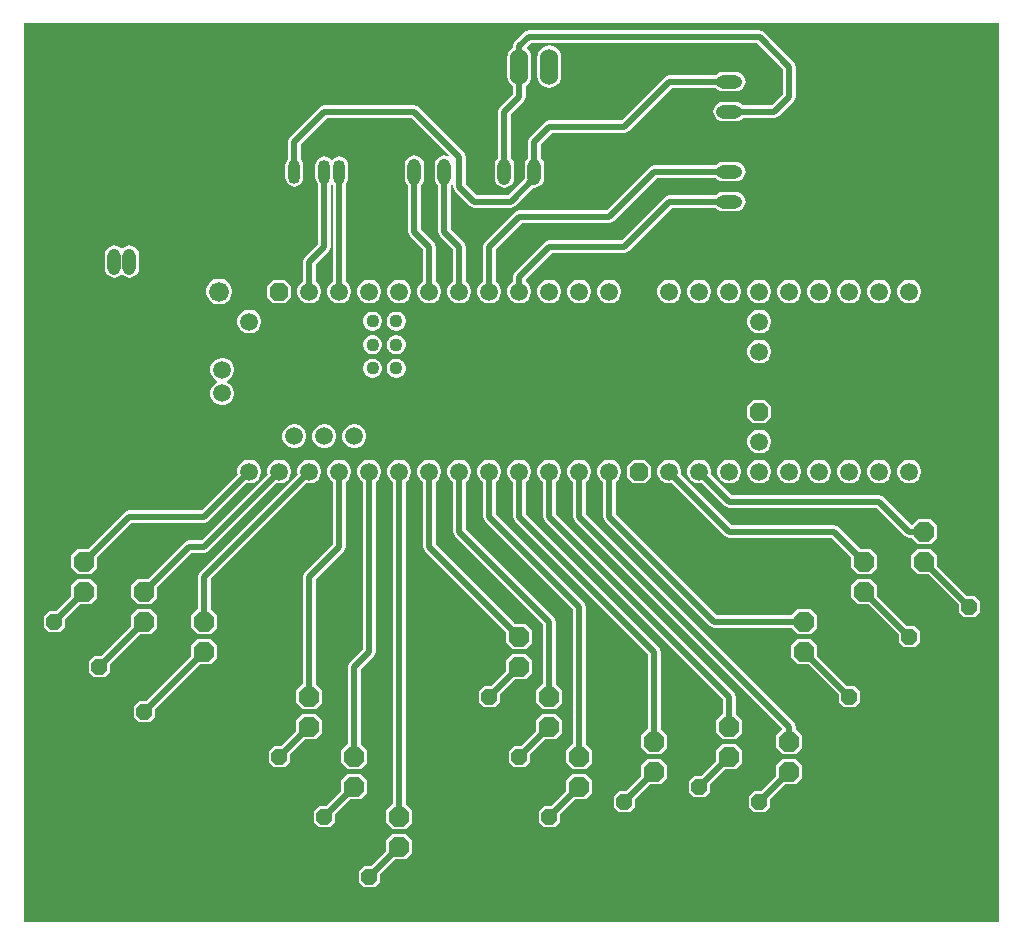
<source format=gbr>
%TF.GenerationSoftware,Altium Limited,Altium Designer,23.10.1 (27)*%
G04 Layer_Physical_Order=2*
G04 Layer_Color=16711680*
%FSLAX45Y45*%
%MOMM*%
%TF.SameCoordinates,33E037F1-C985-4D2D-AE5F-07A7C6CBA4F8*%
%TF.FilePolarity,Positive*%
%TF.FileFunction,Copper,L2,Bot,Signal*%
%TF.Part,Single*%
G01*
G75*
%TA.AperFunction,ComponentPad*%
G04:AMPARAMS|DCode=10|XSize=1.6764mm|YSize=1.6764mm|CornerRadius=0mm|HoleSize=0mm|Usage=FLASHONLY|Rotation=270.000|XOffset=0mm|YOffset=0mm|HoleType=Round|Shape=Octagon|*
%AMOCTAGOND10*
4,1,8,-0.41910,-0.83820,0.41910,-0.83820,0.83820,-0.41910,0.83820,0.41910,0.41910,0.83820,-0.41910,0.83820,-0.83820,0.41910,-0.83820,-0.41910,-0.41910,-0.83820,0.0*
%
%ADD10OCTAGOND10*%

%ADD11O,1.10795X2.21590*%
G04:AMPARAMS|DCode=12|XSize=1.3208mm|YSize=1.3208mm|CornerRadius=0mm|HoleSize=0mm|Usage=FLASHONLY|Rotation=90.000|XOffset=0mm|YOffset=0mm|HoleType=Round|Shape=Octagon|*
%AMOCTAGOND12*
4,1,8,0.33020,0.66040,-0.33020,0.66040,-0.66040,0.33020,-0.66040,-0.33020,-0.33020,-0.66040,0.33020,-0.66040,0.66040,-0.33020,0.66040,0.33020,0.33020,0.66040,0.0*
%
%ADD12OCTAGOND12*%

%ADD13O,1.52400X3.04800*%
%ADD14O,1.01600X2.03200*%
%ADD15O,2.21590X1.10795*%
%ADD16C,1.10795*%
%ADD17C,1.50800*%
%ADD18R,1.50800X1.50800*%
G04:AMPARAMS|DCode=19|XSize=1.508mm|YSize=1.508mm|CornerRadius=0mm|HoleSize=0mm|Usage=FLASHONLY|Rotation=90.000|XOffset=0mm|YOffset=0mm|HoleType=Round|Shape=Octagon|*
%AMOCTAGOND19*
4,1,8,0.37700,0.75400,-0.37700,0.75400,-0.75400,0.37700,-0.75400,-0.37700,-0.37700,-0.75400,0.37700,-0.75400,0.75400,-0.37700,0.75400,0.37700,0.37700,0.75400,0.0*
%
%ADD19OCTAGOND19*%

%ADD20C,1.67640*%
%ADD21R,1.50800X1.50800*%
G04:AMPARAMS|DCode=22|XSize=1.3208mm|YSize=1.3208mm|CornerRadius=0mm|HoleSize=0mm|Usage=FLASHONLY|Rotation=0.000|XOffset=0mm|YOffset=0mm|HoleType=Round|Shape=Octagon|*
%AMOCTAGOND22*
4,1,8,0.66040,-0.33020,0.66040,0.33020,0.33020,0.66040,-0.33020,0.66040,-0.66040,0.33020,-0.66040,-0.33020,-0.33020,-0.66040,0.33020,-0.66040,0.66040,-0.33020,0.0*
%
%ADD22OCTAGOND22*%

%TA.AperFunction,Conductor*%
%ADD23C,0.50800*%
G36*
X8382000Y127000D02*
X127000D01*
Y7738529D01*
X8382000D01*
Y127000D01*
D02*
G37*
%LPC*%
G36*
X4572000Y7544677D02*
X4545477Y7541185D01*
X4520762Y7530948D01*
X4499538Y7514662D01*
X4483252Y7493438D01*
X4473015Y7468723D01*
X4469523Y7442200D01*
Y7289800D01*
X4473015Y7263277D01*
X4483252Y7238562D01*
X4499538Y7217338D01*
X4520762Y7201052D01*
X4545477Y7190815D01*
X4572000Y7187323D01*
X4598523Y7190815D01*
X4623238Y7201052D01*
X4644462Y7217338D01*
X4660748Y7238562D01*
X4670985Y7263277D01*
X4674477Y7289800D01*
Y7442200D01*
X4670985Y7468723D01*
X4660748Y7493438D01*
X4644462Y7514662D01*
X4623238Y7530948D01*
X4598523Y7541185D01*
X4572000Y7544677D01*
D02*
G37*
G36*
X6151397Y7320495D02*
X6040603D01*
X6019510Y7317718D01*
X5999855Y7309576D01*
X5982977Y7296625D01*
X5978503Y7290795D01*
X5588000D01*
X5568179Y7286853D01*
X5551375Y7275625D01*
X5185546Y6909795D01*
X4572000D01*
X4552179Y6905853D01*
X4535375Y6894625D01*
X4408375Y6767625D01*
X4397147Y6750821D01*
X4393205Y6731000D01*
Y6594497D01*
X4387375Y6590023D01*
X4374424Y6573145D01*
X4366282Y6553490D01*
X4363505Y6532397D01*
Y6421603D01*
X4364465Y6414317D01*
X4224943Y6274795D01*
X3958454D01*
X3861795Y6371454D01*
Y6604000D01*
X3857853Y6623821D01*
X3846625Y6640625D01*
X3465625Y7021625D01*
X3448821Y7032853D01*
X3429000Y7036795D01*
X2667001D01*
X2667000Y7036795D01*
X2647179Y7032853D01*
X2630375Y7021625D01*
X2630375Y7021624D01*
X2376375Y6767625D01*
X2365147Y6750821D01*
X2361205Y6731000D01*
Y6584104D01*
X2358653Y6582147D01*
X2346439Y6566229D01*
X2338761Y6547692D01*
X2336142Y6527800D01*
Y6426200D01*
X2338761Y6406308D01*
X2346439Y6387771D01*
X2358653Y6371853D01*
X2374571Y6359639D01*
X2393108Y6351961D01*
X2413000Y6349342D01*
X2432892Y6351961D01*
X2451429Y6359639D01*
X2467347Y6371853D01*
X2479561Y6387771D01*
X2487239Y6406308D01*
X2489858Y6426200D01*
Y6527800D01*
X2487239Y6547692D01*
X2479561Y6566229D01*
X2467347Y6582147D01*
X2464795Y6584104D01*
Y6709546D01*
X2688454Y6933205D01*
X3407546D01*
X3724230Y6616520D01*
X3717036Y6605754D01*
X3704092Y6611115D01*
X3683000Y6613892D01*
X3661908Y6611115D01*
X3642253Y6602974D01*
X3625375Y6590023D01*
X3612424Y6573145D01*
X3604282Y6553490D01*
X3601505Y6532397D01*
Y6421603D01*
X3604282Y6400510D01*
X3612424Y6380855D01*
X3625375Y6363977D01*
X3631205Y6359503D01*
Y5969000D01*
X3635147Y5949179D01*
X3646375Y5932375D01*
X3758205Y5820546D01*
Y5547490D01*
X3748108Y5541660D01*
X3729340Y5522892D01*
X3716070Y5499907D01*
X3709200Y5474270D01*
Y5447730D01*
X3716070Y5422093D01*
X3729340Y5399108D01*
X3748108Y5380340D01*
X3771093Y5367070D01*
X3796730Y5360200D01*
X3823270D01*
X3848907Y5367070D01*
X3871892Y5380340D01*
X3890660Y5399108D01*
X3903930Y5422093D01*
X3910800Y5447730D01*
Y5474270D01*
X3903930Y5499907D01*
X3890660Y5522892D01*
X3871892Y5541660D01*
X3861795Y5547490D01*
Y5842000D01*
X3857853Y5861821D01*
X3846625Y5878625D01*
X3734795Y5990454D01*
Y6359503D01*
X3740625Y6363977D01*
X3745505Y6370336D01*
X3758205Y6366025D01*
Y6350000D01*
X3762147Y6330179D01*
X3773375Y6313375D01*
X3900375Y6186375D01*
X3917179Y6175147D01*
X3937000Y6171205D01*
X4246397D01*
X4266219Y6175147D01*
X4283022Y6186375D01*
X4437714Y6341067D01*
X4445000Y6340108D01*
X4466092Y6342885D01*
X4485747Y6351026D01*
X4502625Y6363977D01*
X4515576Y6380855D01*
X4523718Y6400510D01*
X4526495Y6421603D01*
Y6532397D01*
X4523718Y6553490D01*
X4515576Y6573145D01*
X4502625Y6590023D01*
X4496795Y6594497D01*
Y6709546D01*
X4593454Y6806205D01*
X5207000D01*
X5226821Y6810147D01*
X5243625Y6821375D01*
X5609454Y7187205D01*
X5978503D01*
X5982977Y7181375D01*
X5999855Y7168424D01*
X6019510Y7160282D01*
X6040603Y7157505D01*
X6151397D01*
X6172490Y7160282D01*
X6192145Y7168424D01*
X6209023Y7181375D01*
X6221974Y7198253D01*
X6230115Y7217908D01*
X6232892Y7239000D01*
X6230115Y7260092D01*
X6221974Y7279747D01*
X6209023Y7296625D01*
X6192145Y7309576D01*
X6172490Y7317718D01*
X6151397Y7320495D01*
D02*
G37*
G36*
X6349999Y7671795D02*
X4396400D01*
X4376578Y7667853D01*
X4359775Y7656625D01*
X4281375Y7578225D01*
X4270147Y7561422D01*
X4266205Y7541600D01*
Y7530520D01*
X4245538Y7514662D01*
X4229252Y7493438D01*
X4219015Y7468723D01*
X4215523Y7442200D01*
Y7289800D01*
X4219015Y7263277D01*
X4229252Y7238562D01*
X4245538Y7217338D01*
X4266205Y7201480D01*
Y7133454D01*
X4154375Y7021625D01*
X4143147Y7004821D01*
X4139205Y6985000D01*
Y6594497D01*
X4133375Y6590023D01*
X4120424Y6573145D01*
X4112282Y6553490D01*
X4109505Y6532397D01*
Y6421603D01*
X4112282Y6400510D01*
X4120424Y6380855D01*
X4133375Y6363977D01*
X4150253Y6351026D01*
X4169908Y6342885D01*
X4191000Y6340108D01*
X4212092Y6342885D01*
X4231747Y6351026D01*
X4248625Y6363977D01*
X4261576Y6380855D01*
X4269718Y6400510D01*
X4272495Y6421603D01*
Y6532397D01*
X4269718Y6553490D01*
X4261576Y6573145D01*
X4248625Y6590023D01*
X4242795Y6594497D01*
Y6963546D01*
X4354625Y7075375D01*
X4365853Y7092179D01*
X4369795Y7112000D01*
Y7201480D01*
X4390462Y7217338D01*
X4406748Y7238562D01*
X4416985Y7263277D01*
X4420477Y7289800D01*
Y7442200D01*
X4416985Y7468723D01*
X4406748Y7493438D01*
X4390462Y7514662D01*
X4383306Y7520153D01*
X4382475Y7532826D01*
X4417854Y7568205D01*
X6328545D01*
X6552205Y7344546D01*
Y7133454D01*
X6455546Y7036795D01*
X6213497D01*
X6209023Y7042625D01*
X6192145Y7055576D01*
X6172490Y7063718D01*
X6151397Y7066495D01*
X6040603D01*
X6019510Y7063718D01*
X5999855Y7055576D01*
X5982977Y7042625D01*
X5970026Y7025747D01*
X5961885Y7006092D01*
X5959108Y6985000D01*
X5961885Y6963908D01*
X5970026Y6944253D01*
X5982977Y6927375D01*
X5999855Y6914424D01*
X6019510Y6906282D01*
X6040603Y6903505D01*
X6151397D01*
X6172490Y6906282D01*
X6192145Y6914424D01*
X6209023Y6927375D01*
X6213497Y6933205D01*
X6477000D01*
X6496821Y6937147D01*
X6513625Y6948375D01*
X6640625Y7075375D01*
X6651853Y7092179D01*
X6655795Y7112000D01*
Y7365999D01*
X6655795Y7366000D01*
X6651853Y7385821D01*
X6640625Y7402625D01*
X6392576Y7650673D01*
X6392575Y7650674D01*
X6386624Y7656625D01*
X6369821Y7667853D01*
X6349999Y7671795D01*
D02*
G37*
G36*
X2794000Y6604658D02*
X2774108Y6602039D01*
X2755571Y6594361D01*
X2739653Y6582147D01*
X2736850Y6578493D01*
X2724150D01*
X2721347Y6582147D01*
X2705429Y6594361D01*
X2686892Y6602039D01*
X2667000Y6604658D01*
X2647108Y6602039D01*
X2628571Y6594361D01*
X2612653Y6582147D01*
X2600439Y6566229D01*
X2592761Y6547692D01*
X2590142Y6527800D01*
Y6426200D01*
X2592761Y6406308D01*
X2600439Y6387771D01*
X2612653Y6371853D01*
X2615205Y6369896D01*
Y5863454D01*
X2503375Y5751625D01*
X2492147Y5734821D01*
X2488205Y5715000D01*
Y5547490D01*
X2478108Y5541660D01*
X2459340Y5522892D01*
X2446070Y5499907D01*
X2439200Y5474270D01*
Y5447730D01*
X2446070Y5422093D01*
X2459340Y5399108D01*
X2478108Y5380340D01*
X2501093Y5367070D01*
X2526730Y5360200D01*
X2553270D01*
X2578907Y5367070D01*
X2601892Y5380340D01*
X2620660Y5399108D01*
X2633930Y5422093D01*
X2640800Y5447730D01*
Y5474270D01*
X2633930Y5499907D01*
X2620660Y5522892D01*
X2601892Y5541660D01*
X2591795Y5547490D01*
Y5693546D01*
X2703625Y5805375D01*
X2714853Y5822179D01*
X2718795Y5842000D01*
Y6369896D01*
X2721346Y6371853D01*
X2735345Y6371954D01*
X2742205Y6365025D01*
Y5547490D01*
X2732108Y5541660D01*
X2713340Y5522892D01*
X2700070Y5499907D01*
X2693200Y5474270D01*
Y5447730D01*
X2700070Y5422093D01*
X2713340Y5399108D01*
X2732108Y5380340D01*
X2755093Y5367070D01*
X2780730Y5360200D01*
X2807270D01*
X2832907Y5367070D01*
X2855892Y5380340D01*
X2874660Y5399108D01*
X2887930Y5422093D01*
X2894800Y5447730D01*
Y5474270D01*
X2887930Y5499907D01*
X2874660Y5522892D01*
X2855892Y5541660D01*
X2845795Y5547490D01*
Y6369896D01*
X2848347Y6371853D01*
X2860561Y6387771D01*
X2868239Y6406308D01*
X2870858Y6426200D01*
Y6527800D01*
X2868239Y6547692D01*
X2860561Y6566229D01*
X2848347Y6582147D01*
X2832429Y6594361D01*
X2813892Y6602039D01*
X2794000Y6604658D01*
D02*
G37*
G36*
X6151397Y6558495D02*
X6040603D01*
X6019510Y6555718D01*
X5999855Y6547576D01*
X5982977Y6534625D01*
X5978503Y6528795D01*
X5461000D01*
X5441179Y6524853D01*
X5424375Y6513625D01*
X5058546Y6147795D01*
X4318001D01*
X4318000Y6147795D01*
X4298179Y6143853D01*
X4281375Y6132625D01*
X4281375Y6132624D01*
X4027375Y5878625D01*
X4016147Y5861821D01*
X4012205Y5842000D01*
Y5547490D01*
X4002108Y5541660D01*
X3983340Y5522892D01*
X3970070Y5499907D01*
X3963200Y5474270D01*
Y5447730D01*
X3970070Y5422093D01*
X3983340Y5399108D01*
X4002108Y5380340D01*
X4025093Y5367070D01*
X4050730Y5360200D01*
X4077270D01*
X4102907Y5367070D01*
X4125892Y5380340D01*
X4144660Y5399108D01*
X4157930Y5422093D01*
X4164800Y5447730D01*
Y5474270D01*
X4157930Y5499907D01*
X4144660Y5522892D01*
X4125892Y5541660D01*
X4115795Y5547490D01*
Y5820546D01*
X4339454Y6044205D01*
X5080000D01*
X5099821Y6048147D01*
X5116625Y6059375D01*
X5482454Y6425205D01*
X5978503D01*
X5982977Y6419375D01*
X5999855Y6406424D01*
X6019510Y6398282D01*
X6040603Y6395505D01*
X6151397D01*
X6172490Y6398282D01*
X6192145Y6406424D01*
X6209023Y6419375D01*
X6221974Y6436253D01*
X6230115Y6455908D01*
X6232892Y6477000D01*
X6230115Y6498092D01*
X6221974Y6517747D01*
X6209023Y6534625D01*
X6192145Y6547576D01*
X6172490Y6555718D01*
X6151397Y6558495D01*
D02*
G37*
G36*
Y6304495D02*
X6040603D01*
X6019510Y6301718D01*
X5999855Y6293576D01*
X5982977Y6280625D01*
X5978503Y6274795D01*
X5588000D01*
X5568179Y6270853D01*
X5551375Y6259625D01*
X5185546Y5893795D01*
X4572001D01*
X4572000Y5893795D01*
X4552179Y5889853D01*
X4535375Y5878625D01*
X4535375Y5878624D01*
X4281375Y5624625D01*
X4270147Y5607821D01*
X4266205Y5588000D01*
Y5547490D01*
X4256108Y5541660D01*
X4237340Y5522892D01*
X4224070Y5499907D01*
X4217200Y5474270D01*
Y5447730D01*
X4224070Y5422093D01*
X4237340Y5399108D01*
X4256108Y5380340D01*
X4279093Y5367070D01*
X4304730Y5360200D01*
X4331270D01*
X4356907Y5367070D01*
X4379892Y5380340D01*
X4398660Y5399108D01*
X4411930Y5422093D01*
X4418800Y5447730D01*
Y5474270D01*
X4411930Y5499907D01*
X4398660Y5522892D01*
X4379892Y5541660D01*
X4369795Y5547490D01*
Y5566546D01*
X4593454Y5790205D01*
X5207000D01*
X5226821Y5794147D01*
X5243625Y5805375D01*
X5609454Y6171205D01*
X5978503D01*
X5982977Y6165375D01*
X5999855Y6152424D01*
X6019510Y6144282D01*
X6040603Y6141505D01*
X6151397D01*
X6172490Y6144282D01*
X6192145Y6152424D01*
X6209023Y6165375D01*
X6221974Y6182253D01*
X6230115Y6201908D01*
X6232892Y6223000D01*
X6230115Y6244092D01*
X6221974Y6263747D01*
X6209023Y6280625D01*
X6192145Y6293576D01*
X6172490Y6301718D01*
X6151397Y6304495D01*
D02*
G37*
G36*
X1016000Y5851892D02*
X994908Y5849115D01*
X975253Y5840974D01*
X961055Y5830080D01*
X952500Y5828860D01*
X943945Y5830080D01*
X929747Y5840974D01*
X910092Y5849115D01*
X889000Y5851892D01*
X867908Y5849115D01*
X848253Y5840974D01*
X831375Y5828023D01*
X818424Y5811145D01*
X810282Y5791490D01*
X807505Y5770397D01*
Y5659603D01*
X810282Y5638510D01*
X818424Y5618855D01*
X831375Y5601977D01*
X848253Y5589026D01*
X867908Y5580885D01*
X889000Y5578108D01*
X910092Y5580885D01*
X929747Y5589026D01*
X943945Y5599920D01*
X952500Y5601140D01*
X961055Y5599920D01*
X975253Y5589026D01*
X994908Y5580885D01*
X1016000Y5578108D01*
X1037092Y5580885D01*
X1056747Y5589026D01*
X1073625Y5601977D01*
X1086576Y5618855D01*
X1094718Y5638510D01*
X1097495Y5659603D01*
Y5770397D01*
X1094718Y5791490D01*
X1086576Y5811145D01*
X1073625Y5828023D01*
X1056747Y5840974D01*
X1037092Y5849115D01*
X1016000Y5851892D01*
D02*
G37*
G36*
X7633270Y5561800D02*
X7606730D01*
X7581093Y5554930D01*
X7558108Y5541660D01*
X7539340Y5522892D01*
X7526070Y5499907D01*
X7519200Y5474270D01*
Y5447730D01*
X7526070Y5422093D01*
X7539340Y5399108D01*
X7558108Y5380340D01*
X7581093Y5367070D01*
X7606730Y5360200D01*
X7633270D01*
X7658907Y5367070D01*
X7681892Y5380340D01*
X7700660Y5399108D01*
X7713930Y5422093D01*
X7720800Y5447730D01*
Y5474270D01*
X7713930Y5499907D01*
X7700660Y5522892D01*
X7681892Y5541660D01*
X7658907Y5554930D01*
X7633270Y5561800D01*
D02*
G37*
G36*
X7379270D02*
X7352730D01*
X7327093Y5554930D01*
X7304108Y5541660D01*
X7285340Y5522892D01*
X7272070Y5499907D01*
X7265200Y5474270D01*
Y5447730D01*
X7272070Y5422093D01*
X7285340Y5399108D01*
X7304108Y5380340D01*
X7327093Y5367070D01*
X7352730Y5360200D01*
X7379270D01*
X7404907Y5367070D01*
X7427892Y5380340D01*
X7446660Y5399108D01*
X7459930Y5422093D01*
X7466800Y5447730D01*
Y5474270D01*
X7459930Y5499907D01*
X7446660Y5522892D01*
X7427892Y5541660D01*
X7404907Y5554930D01*
X7379270Y5561800D01*
D02*
G37*
G36*
X7125270D02*
X7098730D01*
X7073093Y5554930D01*
X7050108Y5541660D01*
X7031340Y5522892D01*
X7018070Y5499907D01*
X7011200Y5474270D01*
Y5447730D01*
X7018070Y5422093D01*
X7031340Y5399108D01*
X7050108Y5380340D01*
X7073093Y5367070D01*
X7098730Y5360200D01*
X7125270D01*
X7150907Y5367070D01*
X7173892Y5380340D01*
X7192660Y5399108D01*
X7205930Y5422093D01*
X7212800Y5447730D01*
Y5474270D01*
X7205930Y5499907D01*
X7192660Y5522892D01*
X7173892Y5541660D01*
X7150907Y5554930D01*
X7125270Y5561800D01*
D02*
G37*
G36*
X6871270D02*
X6844730D01*
X6819093Y5554930D01*
X6796108Y5541660D01*
X6777340Y5522892D01*
X6764070Y5499907D01*
X6757200Y5474270D01*
Y5447730D01*
X6764070Y5422093D01*
X6777340Y5399108D01*
X6796108Y5380340D01*
X6819093Y5367070D01*
X6844730Y5360200D01*
X6871270D01*
X6896907Y5367070D01*
X6919892Y5380340D01*
X6938660Y5399108D01*
X6951930Y5422093D01*
X6958800Y5447730D01*
Y5474270D01*
X6951930Y5499907D01*
X6938660Y5522892D01*
X6919892Y5541660D01*
X6896907Y5554930D01*
X6871270Y5561800D01*
D02*
G37*
G36*
X6617270D02*
X6590730D01*
X6565093Y5554930D01*
X6542108Y5541660D01*
X6523340Y5522892D01*
X6510070Y5499907D01*
X6503200Y5474270D01*
Y5447730D01*
X6510070Y5422093D01*
X6523340Y5399108D01*
X6542108Y5380340D01*
X6565093Y5367070D01*
X6590730Y5360200D01*
X6617270D01*
X6642907Y5367070D01*
X6665892Y5380340D01*
X6684660Y5399108D01*
X6697930Y5422093D01*
X6704800Y5447730D01*
Y5474270D01*
X6697930Y5499907D01*
X6684660Y5522892D01*
X6665892Y5541660D01*
X6642907Y5554930D01*
X6617270Y5561800D01*
D02*
G37*
G36*
X6363270D02*
X6336730D01*
X6311093Y5554930D01*
X6288108Y5541660D01*
X6269340Y5522892D01*
X6256070Y5499907D01*
X6249200Y5474270D01*
Y5447730D01*
X6256070Y5422093D01*
X6269340Y5399108D01*
X6288108Y5380340D01*
X6311093Y5367070D01*
X6336730Y5360200D01*
X6363270D01*
X6388907Y5367070D01*
X6411892Y5380340D01*
X6430660Y5399108D01*
X6443930Y5422093D01*
X6450800Y5447730D01*
Y5474270D01*
X6443930Y5499907D01*
X6430660Y5522892D01*
X6411892Y5541660D01*
X6388907Y5554930D01*
X6363270Y5561800D01*
D02*
G37*
G36*
X6109270D02*
X6082730D01*
X6057093Y5554930D01*
X6034108Y5541660D01*
X6015340Y5522892D01*
X6002070Y5499907D01*
X5995200Y5474270D01*
Y5447730D01*
X6002070Y5422093D01*
X6015340Y5399108D01*
X6034108Y5380340D01*
X6057093Y5367070D01*
X6082730Y5360200D01*
X6109270D01*
X6134907Y5367070D01*
X6157892Y5380340D01*
X6176660Y5399108D01*
X6189930Y5422093D01*
X6196800Y5447730D01*
Y5474270D01*
X6189930Y5499907D01*
X6176660Y5522892D01*
X6157892Y5541660D01*
X6134907Y5554930D01*
X6109270Y5561800D01*
D02*
G37*
G36*
X5855270D02*
X5828730D01*
X5803093Y5554930D01*
X5780108Y5541660D01*
X5761340Y5522892D01*
X5748070Y5499907D01*
X5741200Y5474270D01*
Y5447730D01*
X5748070Y5422093D01*
X5761340Y5399108D01*
X5780108Y5380340D01*
X5803093Y5367070D01*
X5828730Y5360200D01*
X5855270D01*
X5880907Y5367070D01*
X5903892Y5380340D01*
X5922660Y5399108D01*
X5935930Y5422093D01*
X5942800Y5447730D01*
Y5474270D01*
X5935930Y5499907D01*
X5922660Y5522892D01*
X5903892Y5541660D01*
X5880907Y5554930D01*
X5855270Y5561800D01*
D02*
G37*
G36*
X5601270D02*
X5574730D01*
X5549093Y5554930D01*
X5526108Y5541660D01*
X5507340Y5522892D01*
X5494070Y5499907D01*
X5487200Y5474270D01*
Y5447730D01*
X5494070Y5422093D01*
X5507340Y5399108D01*
X5526108Y5380340D01*
X5549093Y5367070D01*
X5574730Y5360200D01*
X5601270D01*
X5626907Y5367070D01*
X5649892Y5380340D01*
X5668660Y5399108D01*
X5681930Y5422093D01*
X5688800Y5447730D01*
Y5474270D01*
X5681930Y5499907D01*
X5668660Y5522892D01*
X5649892Y5541660D01*
X5626907Y5554930D01*
X5601270Y5561800D01*
D02*
G37*
G36*
X5093270D02*
X5066730D01*
X5041093Y5554930D01*
X5018108Y5541660D01*
X4999340Y5522892D01*
X4986070Y5499907D01*
X4979200Y5474270D01*
Y5447730D01*
X4986070Y5422093D01*
X4999340Y5399108D01*
X5018108Y5380340D01*
X5041093Y5367070D01*
X5066730Y5360200D01*
X5093270D01*
X5118907Y5367070D01*
X5141892Y5380340D01*
X5160660Y5399108D01*
X5173930Y5422093D01*
X5180800Y5447730D01*
Y5474270D01*
X5173930Y5499907D01*
X5160660Y5522892D01*
X5141892Y5541660D01*
X5118907Y5554930D01*
X5093270Y5561800D01*
D02*
G37*
G36*
X4839270D02*
X4812730D01*
X4787093Y5554930D01*
X4764108Y5541660D01*
X4745340Y5522892D01*
X4732070Y5499907D01*
X4725200Y5474270D01*
Y5447730D01*
X4732070Y5422093D01*
X4745340Y5399108D01*
X4764108Y5380340D01*
X4787093Y5367070D01*
X4812730Y5360200D01*
X4839270D01*
X4864907Y5367070D01*
X4887892Y5380340D01*
X4906660Y5399108D01*
X4919930Y5422093D01*
X4926800Y5447730D01*
Y5474270D01*
X4919930Y5499907D01*
X4906660Y5522892D01*
X4887892Y5541660D01*
X4864907Y5554930D01*
X4839270Y5561800D01*
D02*
G37*
G36*
X4585270D02*
X4558730D01*
X4533093Y5554930D01*
X4510108Y5541660D01*
X4491340Y5522892D01*
X4478070Y5499907D01*
X4471200Y5474270D01*
Y5447730D01*
X4478070Y5422093D01*
X4491340Y5399108D01*
X4510108Y5380340D01*
X4533093Y5367070D01*
X4558730Y5360200D01*
X4585270D01*
X4610907Y5367070D01*
X4633892Y5380340D01*
X4652660Y5399108D01*
X4665930Y5422093D01*
X4672800Y5447730D01*
Y5474270D01*
X4665930Y5499907D01*
X4652660Y5522892D01*
X4633892Y5541660D01*
X4610907Y5554930D01*
X4585270Y5561800D01*
D02*
G37*
G36*
X3429000Y6613892D02*
X3407908Y6611115D01*
X3388253Y6602974D01*
X3371375Y6590023D01*
X3358424Y6573145D01*
X3350282Y6553490D01*
X3347505Y6532397D01*
Y6421603D01*
X3350282Y6400510D01*
X3358424Y6380855D01*
X3371375Y6363977D01*
X3377205Y6359503D01*
Y5969000D01*
X3381147Y5949179D01*
X3392375Y5932375D01*
X3504205Y5820546D01*
Y5547490D01*
X3494108Y5541660D01*
X3475340Y5522892D01*
X3462070Y5499907D01*
X3455200Y5474270D01*
Y5447730D01*
X3462070Y5422093D01*
X3475340Y5399108D01*
X3494108Y5380340D01*
X3517093Y5367070D01*
X3542730Y5360200D01*
X3569270D01*
X3594907Y5367070D01*
X3617892Y5380340D01*
X3636660Y5399108D01*
X3649930Y5422093D01*
X3656800Y5447730D01*
Y5474270D01*
X3649930Y5499907D01*
X3636660Y5522892D01*
X3617892Y5541660D01*
X3607795Y5547490D01*
Y5842000D01*
X3603853Y5861821D01*
X3592625Y5878625D01*
X3480795Y5990454D01*
Y6359503D01*
X3486625Y6363977D01*
X3499576Y6380855D01*
X3507718Y6400510D01*
X3510495Y6421603D01*
Y6532397D01*
X3507718Y6553490D01*
X3499576Y6573145D01*
X3486625Y6590023D01*
X3469747Y6602974D01*
X3450092Y6611115D01*
X3429000Y6613892D01*
D02*
G37*
G36*
X3315270Y5561800D02*
X3288730D01*
X3263093Y5554930D01*
X3240108Y5541660D01*
X3221340Y5522892D01*
X3208070Y5499907D01*
X3201200Y5474270D01*
Y5447730D01*
X3208070Y5422093D01*
X3221340Y5399108D01*
X3240108Y5380340D01*
X3263093Y5367070D01*
X3288730Y5360200D01*
X3315270D01*
X3340907Y5367070D01*
X3363892Y5380340D01*
X3382660Y5399108D01*
X3395930Y5422093D01*
X3402800Y5447730D01*
Y5474270D01*
X3395930Y5499907D01*
X3382660Y5522892D01*
X3363892Y5541660D01*
X3340907Y5554930D01*
X3315270Y5561800D01*
D02*
G37*
G36*
X3061270D02*
X3034730D01*
X3009093Y5554930D01*
X2986108Y5541660D01*
X2967340Y5522892D01*
X2954070Y5499907D01*
X2947200Y5474270D01*
Y5447730D01*
X2954070Y5422093D01*
X2967340Y5399108D01*
X2986108Y5380340D01*
X3009093Y5367070D01*
X3034730Y5360200D01*
X3061270D01*
X3086907Y5367070D01*
X3109892Y5380340D01*
X3128660Y5399108D01*
X3141930Y5422093D01*
X3148800Y5447730D01*
Y5474270D01*
X3141930Y5499907D01*
X3128660Y5522892D01*
X3109892Y5541660D01*
X3086907Y5554930D01*
X3061270Y5561800D01*
D02*
G37*
G36*
X2336400D02*
X2235600D01*
X2185200Y5511400D01*
Y5410600D01*
X2235600Y5360200D01*
X2336400D01*
X2386800Y5410600D01*
Y5511400D01*
X2336400Y5561800D01*
D02*
G37*
G36*
X1792379Y5570220D02*
X1763621D01*
X1735843Y5562777D01*
X1710937Y5548398D01*
X1690602Y5528063D01*
X1676223Y5503157D01*
X1668780Y5475379D01*
Y5446621D01*
X1676223Y5418843D01*
X1690602Y5393937D01*
X1710937Y5373602D01*
X1735843Y5359223D01*
X1763621Y5351780D01*
X1792379D01*
X1820157Y5359223D01*
X1845063Y5373602D01*
X1865398Y5393937D01*
X1879777Y5418843D01*
X1887220Y5446621D01*
Y5475379D01*
X1879777Y5503157D01*
X1865398Y5528063D01*
X1845063Y5548398D01*
X1820157Y5562777D01*
X1792379Y5570220D01*
D02*
G37*
G36*
X3285637Y5291785D02*
X3264363D01*
X3243813Y5286279D01*
X3225389Y5275642D01*
X3210346Y5260599D01*
X3199709Y5242174D01*
X3194202Y5221625D01*
Y5200351D01*
X3199709Y5179801D01*
X3210346Y5161377D01*
X3225389Y5146334D01*
X3243813Y5135697D01*
X3264363Y5130190D01*
X3285637D01*
X3306186Y5135697D01*
X3324611Y5146334D01*
X3339654Y5161377D01*
X3350291Y5179801D01*
X3355797Y5200351D01*
Y5221625D01*
X3350291Y5242174D01*
X3339654Y5260599D01*
X3324611Y5275642D01*
X3306186Y5286279D01*
X3285637Y5291785D01*
D02*
G37*
G36*
X3085637D02*
X3064363D01*
X3043814Y5286279D01*
X3025389Y5275642D01*
X3010346Y5260599D01*
X2999709Y5242174D01*
X2994203Y5221625D01*
Y5200351D01*
X2999709Y5179801D01*
X3010346Y5161377D01*
X3025389Y5146334D01*
X3043814Y5135697D01*
X3064363Y5130190D01*
X3085637D01*
X3106187Y5135697D01*
X3124611Y5146334D01*
X3139654Y5161377D01*
X3150291Y5179801D01*
X3155798Y5200351D01*
Y5221625D01*
X3150291Y5242174D01*
X3139654Y5260599D01*
X3124611Y5275642D01*
X3106187Y5286279D01*
X3085637Y5291785D01*
D02*
G37*
G36*
X6363270Y5307800D02*
X6336730D01*
X6311093Y5300930D01*
X6288108Y5287660D01*
X6269340Y5268892D01*
X6256070Y5245907D01*
X6249200Y5220270D01*
Y5193730D01*
X6256070Y5168093D01*
X6269340Y5145108D01*
X6288108Y5126340D01*
X6311093Y5113070D01*
X6336730Y5106200D01*
X6363270D01*
X6388907Y5113070D01*
X6411892Y5126340D01*
X6430660Y5145108D01*
X6443930Y5168093D01*
X6450800Y5193730D01*
Y5220270D01*
X6443930Y5245907D01*
X6430660Y5268892D01*
X6411892Y5287660D01*
X6388907Y5300930D01*
X6363270Y5307800D01*
D02*
G37*
G36*
X2045270D02*
X2018730D01*
X1993093Y5300930D01*
X1970108Y5287660D01*
X1951340Y5268892D01*
X1938070Y5245907D01*
X1931200Y5220270D01*
Y5193730D01*
X1938070Y5168093D01*
X1951340Y5145108D01*
X1970108Y5126340D01*
X1993093Y5113070D01*
X2018730Y5106200D01*
X2045270D01*
X2070907Y5113070D01*
X2093892Y5126340D01*
X2112660Y5145108D01*
X2125930Y5168093D01*
X2132800Y5193730D01*
Y5220270D01*
X2125930Y5245907D01*
X2112660Y5268892D01*
X2093892Y5287660D01*
X2070907Y5300930D01*
X2045270Y5307800D01*
D02*
G37*
G36*
X3285637Y5091786D02*
X3264363D01*
X3243813Y5086279D01*
X3225389Y5075642D01*
X3210346Y5060599D01*
X3199709Y5042175D01*
X3194202Y5021625D01*
Y5000351D01*
X3199709Y4979802D01*
X3210346Y4961377D01*
X3225389Y4946334D01*
X3243813Y4935697D01*
X3264363Y4930191D01*
X3285637D01*
X3306186Y4935697D01*
X3324611Y4946334D01*
X3339654Y4961377D01*
X3350291Y4979802D01*
X3355797Y5000351D01*
Y5021625D01*
X3350291Y5042175D01*
X3339654Y5060599D01*
X3324611Y5075642D01*
X3306186Y5086279D01*
X3285637Y5091786D01*
D02*
G37*
G36*
X3085637D02*
X3064363D01*
X3043814Y5086279D01*
X3025389Y5075642D01*
X3010346Y5060599D01*
X2999709Y5042175D01*
X2994203Y5021625D01*
Y5000351D01*
X2999709Y4979802D01*
X3010346Y4961377D01*
X3025389Y4946334D01*
X3043814Y4935697D01*
X3064363Y4930191D01*
X3085637D01*
X3106187Y4935697D01*
X3124611Y4946334D01*
X3139654Y4961377D01*
X3150291Y4979802D01*
X3155798Y5000351D01*
Y5021625D01*
X3150291Y5042175D01*
X3139654Y5060599D01*
X3124611Y5075642D01*
X3106187Y5086279D01*
X3085637Y5091786D01*
D02*
G37*
G36*
X6363270Y5053800D02*
X6336730D01*
X6311093Y5046930D01*
X6288108Y5033660D01*
X6269340Y5014892D01*
X6256070Y4991907D01*
X6249200Y4966270D01*
Y4939730D01*
X6256070Y4914093D01*
X6269340Y4891108D01*
X6288108Y4872340D01*
X6311093Y4859070D01*
X6336730Y4852200D01*
X6363270D01*
X6388907Y4859070D01*
X6411892Y4872340D01*
X6430660Y4891108D01*
X6443930Y4914093D01*
X6450800Y4939730D01*
Y4966270D01*
X6443930Y4991907D01*
X6430660Y5014892D01*
X6411892Y5033660D01*
X6388907Y5046930D01*
X6363270Y5053800D01*
D02*
G37*
G36*
X3285637Y4891786D02*
X3264363D01*
X3243813Y4886280D01*
X3225389Y4875643D01*
X3210346Y4860599D01*
X3199709Y4842175D01*
X3194202Y4821626D01*
Y4800351D01*
X3199709Y4779802D01*
X3210346Y4761378D01*
X3225389Y4746335D01*
X3243813Y4735697D01*
X3264363Y4730191D01*
X3285637D01*
X3306186Y4735697D01*
X3324611Y4746335D01*
X3339654Y4761378D01*
X3350291Y4779802D01*
X3355797Y4800351D01*
Y4821626D01*
X3350291Y4842175D01*
X3339654Y4860599D01*
X3324611Y4875643D01*
X3306186Y4886280D01*
X3285637Y4891786D01*
D02*
G37*
G36*
X3085637D02*
X3064363D01*
X3043814Y4886280D01*
X3025389Y4875643D01*
X3010346Y4860599D01*
X2999709Y4842175D01*
X2994203Y4821626D01*
Y4800351D01*
X2999709Y4779802D01*
X3010346Y4761378D01*
X3025389Y4746335D01*
X3043814Y4735697D01*
X3064363Y4730191D01*
X3085637D01*
X3106187Y4735697D01*
X3124611Y4746335D01*
X3139654Y4761378D01*
X3150291Y4779802D01*
X3155798Y4800351D01*
Y4821626D01*
X3150291Y4842175D01*
X3139654Y4860599D01*
X3124611Y4875643D01*
X3106187Y4886280D01*
X3085637Y4891786D01*
D02*
G37*
G36*
X1814283Y4899800D02*
X1787742D01*
X1762105Y4892930D01*
X1739120Y4879660D01*
X1720352Y4860892D01*
X1707082Y4837907D01*
X1700212Y4812270D01*
Y4785729D01*
X1707082Y4760093D01*
X1720352Y4737107D01*
X1739120Y4718340D01*
X1760911Y4705759D01*
X1761958Y4699000D01*
X1760911Y4692241D01*
X1739120Y4679660D01*
X1720352Y4660893D01*
X1707082Y4637907D01*
X1700212Y4612271D01*
Y4585730D01*
X1707082Y4560093D01*
X1720352Y4537108D01*
X1739120Y4518340D01*
X1762105Y4505070D01*
X1787742Y4498200D01*
X1814283D01*
X1839920Y4505070D01*
X1862905Y4518340D01*
X1881672Y4537108D01*
X1894943Y4560093D01*
X1901812Y4585730D01*
Y4612271D01*
X1894943Y4637907D01*
X1881672Y4660893D01*
X1862905Y4679660D01*
X1841114Y4692241D01*
X1840067Y4699000D01*
X1841114Y4705759D01*
X1862905Y4718340D01*
X1881672Y4737107D01*
X1894943Y4760093D01*
X1901812Y4785729D01*
Y4812270D01*
X1894943Y4837907D01*
X1881672Y4860892D01*
X1862905Y4879660D01*
X1839920Y4892930D01*
X1814283Y4899800D01*
D02*
G37*
G36*
X6400400Y4545800D02*
X6299600D01*
X6249200Y4495400D01*
Y4394600D01*
X6299600Y4344200D01*
X6400400D01*
X6450800Y4394600D01*
Y4495400D01*
X6400400Y4545800D01*
D02*
G37*
G36*
X2934270Y4337799D02*
X2907730D01*
X2882093Y4330930D01*
X2859108Y4317659D01*
X2840340Y4298892D01*
X2827070Y4275907D01*
X2820200Y4250270D01*
Y4223729D01*
X2827070Y4198092D01*
X2840340Y4175107D01*
X2859108Y4156339D01*
X2882093Y4143069D01*
X2907730Y4136200D01*
X2934270D01*
X2959907Y4143069D01*
X2982892Y4156339D01*
X3001660Y4175107D01*
X3014930Y4198092D01*
X3021800Y4223729D01*
Y4250270D01*
X3014930Y4275907D01*
X3001660Y4298892D01*
X2982892Y4317659D01*
X2959907Y4330930D01*
X2934270Y4337799D01*
D02*
G37*
G36*
X2680270D02*
X2653730D01*
X2628093Y4330930D01*
X2605108Y4317659D01*
X2586340Y4298892D01*
X2573070Y4275907D01*
X2566200Y4250270D01*
Y4223729D01*
X2573070Y4198092D01*
X2586340Y4175107D01*
X2605108Y4156339D01*
X2628093Y4143069D01*
X2653730Y4136200D01*
X2680270D01*
X2705907Y4143069D01*
X2728892Y4156339D01*
X2747660Y4175107D01*
X2760930Y4198092D01*
X2767800Y4223729D01*
Y4250270D01*
X2760930Y4275907D01*
X2747660Y4298892D01*
X2728892Y4317659D01*
X2705907Y4330930D01*
X2680270Y4337799D01*
D02*
G37*
G36*
X2426270D02*
X2399730D01*
X2374093Y4330930D01*
X2351108Y4317659D01*
X2332340Y4298892D01*
X2319070Y4275907D01*
X2312200Y4250270D01*
Y4223729D01*
X2319070Y4198092D01*
X2332340Y4175107D01*
X2351108Y4156339D01*
X2374093Y4143069D01*
X2399730Y4136200D01*
X2426270D01*
X2451907Y4143069D01*
X2474892Y4156339D01*
X2493660Y4175107D01*
X2506930Y4198092D01*
X2513800Y4223729D01*
Y4250270D01*
X2506930Y4275907D01*
X2493660Y4298892D01*
X2474892Y4317659D01*
X2451907Y4330930D01*
X2426270Y4337799D01*
D02*
G37*
G36*
X6363270Y4291800D02*
X6336730D01*
X6311093Y4284930D01*
X6288108Y4271660D01*
X6269340Y4252892D01*
X6256070Y4229907D01*
X6249200Y4204270D01*
Y4177730D01*
X6256070Y4152093D01*
X6269340Y4129108D01*
X6288108Y4110340D01*
X6311093Y4097070D01*
X6336730Y4090200D01*
X6363270D01*
X6388907Y4097070D01*
X6411892Y4110340D01*
X6430660Y4129108D01*
X6443930Y4152093D01*
X6450800Y4177730D01*
Y4204270D01*
X6443930Y4229907D01*
X6430660Y4252892D01*
X6411892Y4271660D01*
X6388907Y4284930D01*
X6363270Y4291800D01*
D02*
G37*
G36*
X7633270Y4037800D02*
X7606730D01*
X7581093Y4030930D01*
X7558108Y4017660D01*
X7539340Y3998892D01*
X7526070Y3975907D01*
X7519200Y3950270D01*
Y3923730D01*
X7526070Y3898093D01*
X7539340Y3875108D01*
X7558108Y3856340D01*
X7581093Y3843070D01*
X7606730Y3836200D01*
X7633270D01*
X7658907Y3843070D01*
X7681892Y3856340D01*
X7700660Y3875108D01*
X7713930Y3898093D01*
X7720800Y3923730D01*
Y3950270D01*
X7713930Y3975907D01*
X7700660Y3998892D01*
X7681892Y4017660D01*
X7658907Y4030930D01*
X7633270Y4037800D01*
D02*
G37*
G36*
X7379270D02*
X7352730D01*
X7327093Y4030930D01*
X7304108Y4017660D01*
X7285340Y3998892D01*
X7272070Y3975907D01*
X7265200Y3950270D01*
Y3923730D01*
X7272070Y3898093D01*
X7285340Y3875108D01*
X7304108Y3856340D01*
X7327093Y3843070D01*
X7352730Y3836200D01*
X7379270D01*
X7404907Y3843070D01*
X7427892Y3856340D01*
X7446660Y3875108D01*
X7459930Y3898093D01*
X7466800Y3923730D01*
Y3950270D01*
X7459930Y3975907D01*
X7446660Y3998892D01*
X7427892Y4017660D01*
X7404907Y4030930D01*
X7379270Y4037800D01*
D02*
G37*
G36*
X7125270D02*
X7098730D01*
X7073093Y4030930D01*
X7050108Y4017660D01*
X7031340Y3998892D01*
X7018070Y3975907D01*
X7011200Y3950270D01*
Y3923730D01*
X7018070Y3898093D01*
X7031340Y3875108D01*
X7050108Y3856340D01*
X7073093Y3843070D01*
X7098730Y3836200D01*
X7125270D01*
X7150907Y3843070D01*
X7173892Y3856340D01*
X7192660Y3875108D01*
X7205930Y3898093D01*
X7212800Y3923730D01*
Y3950270D01*
X7205930Y3975907D01*
X7192660Y3998892D01*
X7173892Y4017660D01*
X7150907Y4030930D01*
X7125270Y4037800D01*
D02*
G37*
G36*
X6871270D02*
X6844730D01*
X6819093Y4030930D01*
X6796108Y4017660D01*
X6777340Y3998892D01*
X6764070Y3975907D01*
X6757200Y3950270D01*
Y3923730D01*
X6764070Y3898093D01*
X6777340Y3875108D01*
X6796108Y3856340D01*
X6819093Y3843070D01*
X6844730Y3836200D01*
X6871270D01*
X6896907Y3843070D01*
X6919892Y3856340D01*
X6938660Y3875108D01*
X6951930Y3898093D01*
X6958800Y3923730D01*
Y3950270D01*
X6951930Y3975907D01*
X6938660Y3998892D01*
X6919892Y4017660D01*
X6896907Y4030930D01*
X6871270Y4037800D01*
D02*
G37*
G36*
X6617270D02*
X6590730D01*
X6565093Y4030930D01*
X6542108Y4017660D01*
X6523340Y3998892D01*
X6510070Y3975907D01*
X6503200Y3950270D01*
Y3923730D01*
X6510070Y3898093D01*
X6523340Y3875108D01*
X6542108Y3856340D01*
X6565093Y3843070D01*
X6590730Y3836200D01*
X6617270D01*
X6642907Y3843070D01*
X6665892Y3856340D01*
X6684660Y3875108D01*
X6697930Y3898093D01*
X6704800Y3923730D01*
Y3950270D01*
X6697930Y3975907D01*
X6684660Y3998892D01*
X6665892Y4017660D01*
X6642907Y4030930D01*
X6617270Y4037800D01*
D02*
G37*
G36*
X6363270D02*
X6336730D01*
X6311093Y4030930D01*
X6288108Y4017660D01*
X6269340Y3998892D01*
X6256070Y3975907D01*
X6249200Y3950270D01*
Y3923730D01*
X6256070Y3898093D01*
X6269340Y3875108D01*
X6288108Y3856340D01*
X6311093Y3843070D01*
X6336730Y3836200D01*
X6363270D01*
X6388907Y3843070D01*
X6411892Y3856340D01*
X6430660Y3875108D01*
X6443930Y3898093D01*
X6450800Y3923730D01*
Y3950270D01*
X6443930Y3975907D01*
X6430660Y3998892D01*
X6411892Y4017660D01*
X6388907Y4030930D01*
X6363270Y4037800D01*
D02*
G37*
G36*
X6109270D02*
X6082730D01*
X6057093Y4030930D01*
X6034108Y4017660D01*
X6015340Y3998892D01*
X6002070Y3975907D01*
X5995200Y3950270D01*
Y3923730D01*
X6002070Y3898093D01*
X6015340Y3875108D01*
X6034108Y3856340D01*
X6057093Y3843070D01*
X6082730Y3836200D01*
X6109270D01*
X6134907Y3843070D01*
X6157892Y3856340D01*
X6176660Y3875108D01*
X6189930Y3898093D01*
X6196800Y3923730D01*
Y3950270D01*
X6189930Y3975907D01*
X6176660Y3998892D01*
X6157892Y4017660D01*
X6134907Y4030930D01*
X6109270Y4037800D01*
D02*
G37*
G36*
X5384400D02*
X5283600D01*
X5233200Y3987400D01*
Y3886600D01*
X5283600Y3836200D01*
X5384400D01*
X5434800Y3886600D01*
Y3987400D01*
X5384400Y4037800D01*
D02*
G37*
G36*
X2553270D02*
X2526730D01*
X2501093Y4030930D01*
X2478108Y4017660D01*
X2459340Y3998892D01*
X2446070Y3975907D01*
X2439200Y3950270D01*
Y3923730D01*
X2442218Y3912467D01*
X1614375Y3084625D01*
X1603147Y3067821D01*
X1599205Y3048000D01*
Y2776220D01*
X1596390D01*
X1541780Y2721610D01*
Y2612390D01*
X1596390Y2557780D01*
X1705610D01*
X1760220Y2612390D01*
Y2721610D01*
X1705610Y2776220D01*
X1702795D01*
Y3026546D01*
X2515467Y3839218D01*
X2526730Y3836200D01*
X2553270D01*
X2578907Y3843070D01*
X2601892Y3856340D01*
X2620660Y3875108D01*
X2633930Y3898093D01*
X2640800Y3923730D01*
Y3950270D01*
X2633930Y3975907D01*
X2620660Y3998892D01*
X2601892Y4017660D01*
X2578907Y4030930D01*
X2553270Y4037800D01*
D02*
G37*
G36*
X2299270D02*
X2272730D01*
X2247093Y4030930D01*
X2224108Y4017660D01*
X2205340Y3998892D01*
X2192070Y3975907D01*
X2185200Y3950270D01*
Y3923730D01*
X2188218Y3912467D01*
X1629546Y3353795D01*
X1524000D01*
X1504179Y3349853D01*
X1487375Y3338625D01*
X1178970Y3030220D01*
X1088390D01*
X1033780Y2975610D01*
Y2866390D01*
X1088390Y2811780D01*
X1197610D01*
X1252220Y2866390D01*
Y2956970D01*
X1545454Y3250205D01*
X1651000D01*
X1670821Y3254147D01*
X1687625Y3265375D01*
X2261467Y3839218D01*
X2272730Y3836200D01*
X2299270D01*
X2324907Y3843070D01*
X2347892Y3856340D01*
X2366660Y3875108D01*
X2379930Y3898093D01*
X2386800Y3923730D01*
Y3950270D01*
X2379930Y3975907D01*
X2366660Y3998892D01*
X2347892Y4017660D01*
X2324907Y4030930D01*
X2299270Y4037800D01*
D02*
G37*
G36*
X2045270D02*
X2018730D01*
X1993093Y4030930D01*
X1970108Y4017660D01*
X1951340Y3998892D01*
X1938070Y3975907D01*
X1931200Y3950270D01*
Y3923730D01*
X1934218Y3912467D01*
X1629546Y3607795D01*
X1016000D01*
X996179Y3603853D01*
X979375Y3592625D01*
X670970Y3284220D01*
X580390D01*
X525780Y3229610D01*
Y3120390D01*
X580390Y3065780D01*
X689610D01*
X744220Y3120390D01*
Y3210970D01*
X1037454Y3504205D01*
X1651000D01*
X1670821Y3508147D01*
X1687625Y3519375D01*
X2007467Y3839218D01*
X2018730Y3836200D01*
X2045270D01*
X2070907Y3843070D01*
X2093892Y3856340D01*
X2112660Y3875108D01*
X2125930Y3898093D01*
X2132800Y3923730D01*
Y3950270D01*
X2125930Y3975907D01*
X2112660Y3998892D01*
X2093892Y4017660D01*
X2070907Y4030930D01*
X2045270Y4037800D01*
D02*
G37*
G36*
X5855270D02*
X5828730D01*
X5803093Y4030930D01*
X5780108Y4017660D01*
X5761340Y3998892D01*
X5748070Y3975907D01*
X5741200Y3950270D01*
Y3923730D01*
X5748070Y3898093D01*
X5761340Y3875108D01*
X5780108Y3856340D01*
X5803093Y3843070D01*
X5828730Y3836200D01*
X5855270D01*
X5866533Y3839218D01*
X6059375Y3646376D01*
X6059375Y3646375D01*
X6076179Y3635147D01*
X6096000Y3631205D01*
X6096001Y3631205D01*
X7344546D01*
X7583375Y3392376D01*
X7583375Y3392375D01*
X7600179Y3381147D01*
X7620000Y3377205D01*
X7620001Y3377205D01*
X7637780D01*
Y3374390D01*
X7692390Y3319780D01*
X7801610D01*
X7856220Y3374390D01*
Y3483610D01*
X7801610Y3538220D01*
X7692390D01*
X7638210Y3484040D01*
X7402625Y3719625D01*
X7385821Y3730853D01*
X7366000Y3734795D01*
X6117454D01*
X5939782Y3912467D01*
X5942800Y3923730D01*
Y3950270D01*
X5935930Y3975907D01*
X5922660Y3998892D01*
X5903892Y4017660D01*
X5880907Y4030930D01*
X5855270Y4037800D01*
D02*
G37*
G36*
X5601270D02*
X5574730D01*
X5549093Y4030930D01*
X5526108Y4017660D01*
X5507340Y3998892D01*
X5494070Y3975907D01*
X5487200Y3950270D01*
Y3923730D01*
X5494070Y3898093D01*
X5507340Y3875108D01*
X5526108Y3856340D01*
X5549093Y3843070D01*
X5574730Y3836200D01*
X5601270D01*
X5612533Y3839218D01*
X6059375Y3392375D01*
X6076179Y3381147D01*
X6096000Y3377205D01*
X6963546D01*
X7129780Y3210971D01*
Y3120390D01*
X7184390Y3065780D01*
X7293610D01*
X7348220Y3120390D01*
Y3229610D01*
X7293610Y3284220D01*
X7203029D01*
X7021625Y3465625D01*
X7004821Y3476853D01*
X6985000Y3480795D01*
X6117454D01*
X5685782Y3912467D01*
X5688800Y3923730D01*
Y3950270D01*
X5681930Y3975907D01*
X5668660Y3998892D01*
X5649892Y4017660D01*
X5626907Y4030930D01*
X5601270Y4037800D01*
D02*
G37*
G36*
X7801610Y3284220D02*
X7692390D01*
X7637780Y3229610D01*
Y3120390D01*
X7692390Y3065780D01*
X7782970D01*
X8036560Y2812190D01*
Y2748280D01*
X8082280Y2702560D01*
X8173720D01*
X8219440Y2748280D01*
Y2839720D01*
X8173720Y2885440D01*
X8109810D01*
X7856220Y3139030D01*
Y3229610D01*
X7801610Y3284220D01*
D02*
G37*
G36*
X689610Y3030220D02*
X580390D01*
X525780Y2975610D01*
Y2885029D01*
X399190Y2758440D01*
X335280D01*
X289560Y2712720D01*
Y2621280D01*
X335280Y2575560D01*
X426720D01*
X472440Y2621280D01*
Y2685190D01*
X599029Y2811780D01*
X689610D01*
X744220Y2866390D01*
Y2975610D01*
X689610Y3030220D01*
D02*
G37*
G36*
X5093270Y4037800D02*
X5066730D01*
X5041093Y4030930D01*
X5018108Y4017660D01*
X4999340Y3998892D01*
X4986070Y3975907D01*
X4979200Y3950270D01*
Y3923730D01*
X4986070Y3898093D01*
X4999340Y3875108D01*
X5018108Y3856340D01*
X5028205Y3850510D01*
Y3556000D01*
X5032147Y3536179D01*
X5043375Y3519375D01*
X5932375Y2630376D01*
X5932375Y2630375D01*
X5949179Y2619147D01*
X5969000Y2615205D01*
X6621780D01*
Y2612390D01*
X6676390Y2557780D01*
X6785610D01*
X6840220Y2612390D01*
Y2721610D01*
X6785610Y2776220D01*
X6676390D01*
X6621780Y2721610D01*
Y2718795D01*
X5990454D01*
X5131795Y3577454D01*
Y3850510D01*
X5141892Y3856340D01*
X5160660Y3875108D01*
X5173930Y3898093D01*
X5180800Y3923730D01*
Y3950270D01*
X5173930Y3975907D01*
X5160660Y3998892D01*
X5141892Y4017660D01*
X5118907Y4030930D01*
X5093270Y4037800D01*
D02*
G37*
G36*
X7293610Y3030220D02*
X7184390D01*
X7129780Y2975610D01*
Y2866390D01*
X7184390Y2811780D01*
X7274970D01*
X7528560Y2558190D01*
Y2494280D01*
X7574280Y2448560D01*
X7665720D01*
X7711440Y2494280D01*
Y2585720D01*
X7665720Y2631440D01*
X7601810D01*
X7348220Y2885030D01*
Y2975610D01*
X7293610Y3030220D01*
D02*
G37*
G36*
X3569270Y4037800D02*
X3542730D01*
X3517093Y4030930D01*
X3494108Y4017660D01*
X3475340Y3998892D01*
X3462070Y3975907D01*
X3455200Y3950270D01*
Y3923730D01*
X3462070Y3898093D01*
X3475340Y3875108D01*
X3494108Y3856340D01*
X3504205Y3850510D01*
Y3302000D01*
X3508147Y3282179D01*
X3519375Y3265375D01*
X4208780Y2575970D01*
Y2485390D01*
X4263390Y2430780D01*
X4372610D01*
X4427220Y2485390D01*
Y2594610D01*
X4372610Y2649220D01*
X4282030D01*
X3607795Y3323454D01*
Y3850510D01*
X3617892Y3856340D01*
X3636660Y3875108D01*
X3649930Y3898093D01*
X3656800Y3923730D01*
Y3950270D01*
X3649930Y3975907D01*
X3636660Y3998892D01*
X3617892Y4017660D01*
X3594907Y4030930D01*
X3569270Y4037800D01*
D02*
G37*
G36*
X1197610Y2776220D02*
X1088390D01*
X1033780Y2721610D01*
Y2631030D01*
X780190Y2377440D01*
X716280D01*
X670560Y2331720D01*
Y2240280D01*
X716280Y2194560D01*
X807720D01*
X853440Y2240280D01*
Y2304190D01*
X1107030Y2557780D01*
X1197610D01*
X1252220Y2612390D01*
Y2721610D01*
X1197610Y2776220D01*
D02*
G37*
G36*
X6785610Y2522220D02*
X6676390D01*
X6621780Y2467610D01*
Y2358390D01*
X6676390Y2303780D01*
X6766970D01*
X7020560Y2050190D01*
Y1986280D01*
X7066280Y1940560D01*
X7157720D01*
X7203440Y1986280D01*
Y2077720D01*
X7157720Y2123440D01*
X7093810D01*
X6840220Y2377030D01*
Y2467610D01*
X6785610Y2522220D01*
D02*
G37*
G36*
X4372610Y2395220D02*
X4263390D01*
X4208780Y2340610D01*
Y2250029D01*
X4082190Y2123440D01*
X4018280D01*
X3972560Y2077720D01*
Y1986280D01*
X4018280Y1940560D01*
X4109720D01*
X4155440Y1986280D01*
Y2050190D01*
X4282029Y2176780D01*
X4372610D01*
X4427220Y2231390D01*
Y2340610D01*
X4372610Y2395220D01*
D02*
G37*
G36*
X3823270Y4037800D02*
X3796730D01*
X3771093Y4030930D01*
X3748108Y4017660D01*
X3729340Y3998892D01*
X3716070Y3975907D01*
X3709200Y3950270D01*
Y3923730D01*
X3716070Y3898093D01*
X3729340Y3875108D01*
X3748108Y3856340D01*
X3758205Y3850510D01*
Y3429000D01*
X3762147Y3409179D01*
X3773375Y3392375D01*
X4520205Y2645546D01*
Y2141220D01*
X4517390D01*
X4462780Y2086610D01*
Y1977390D01*
X4517390Y1922780D01*
X4626610D01*
X4681220Y1977390D01*
Y2086610D01*
X4626610Y2141220D01*
X4623795D01*
Y2666999D01*
X4623795Y2667000D01*
X4619853Y2686821D01*
X4608625Y2703625D01*
X3861795Y3450454D01*
Y3850510D01*
X3871892Y3856340D01*
X3890660Y3875108D01*
X3903930Y3898093D01*
X3910800Y3923730D01*
Y3950270D01*
X3903930Y3975907D01*
X3890660Y3998892D01*
X3871892Y4017660D01*
X3848907Y4030930D01*
X3823270Y4037800D01*
D02*
G37*
G36*
X2807270D02*
X2780730D01*
X2755093Y4030930D01*
X2732108Y4017660D01*
X2713340Y3998892D01*
X2700070Y3975907D01*
X2693200Y3950270D01*
Y3923730D01*
X2700070Y3898093D01*
X2713340Y3875108D01*
X2732108Y3856340D01*
X2742205Y3850510D01*
Y3323454D01*
X2503375Y3084625D01*
X2492147Y3067821D01*
X2488205Y3048000D01*
Y2141220D01*
X2485390D01*
X2430780Y2086610D01*
Y1977390D01*
X2485390Y1922780D01*
X2594610D01*
X2649220Y1977390D01*
Y2086610D01*
X2594610Y2141220D01*
X2591795D01*
Y3026546D01*
X2830624Y3265375D01*
X2830625Y3265375D01*
X2841853Y3282179D01*
X2845795Y3302000D01*
X2845795Y3302001D01*
Y3850510D01*
X2855892Y3856340D01*
X2874660Y3875108D01*
X2887930Y3898093D01*
X2894800Y3923730D01*
Y3950270D01*
X2887930Y3975907D01*
X2874660Y3998892D01*
X2855892Y4017660D01*
X2832907Y4030930D01*
X2807270Y4037800D01*
D02*
G37*
G36*
X1705610Y2522220D02*
X1596390D01*
X1541780Y2467610D01*
Y2377030D01*
X1161190Y1996440D01*
X1097280D01*
X1051560Y1950720D01*
Y1859280D01*
X1097280Y1813560D01*
X1188720D01*
X1234440Y1859280D01*
Y1923190D01*
X1615030Y2303780D01*
X1705610D01*
X1760220Y2358390D01*
Y2467610D01*
X1705610Y2522220D01*
D02*
G37*
G36*
X4585270Y4037800D02*
X4558730D01*
X4533093Y4030930D01*
X4510108Y4017660D01*
X4491340Y3998892D01*
X4478070Y3975907D01*
X4471200Y3950270D01*
Y3923730D01*
X4478070Y3898093D01*
X4491340Y3875108D01*
X4510108Y3856340D01*
X4520205Y3850510D01*
Y3556000D01*
X4524147Y3536179D01*
X4535375Y3519375D01*
X6044205Y2010546D01*
Y1887220D01*
X6041390D01*
X5986780Y1832610D01*
Y1723390D01*
X6041390Y1668780D01*
X6150610D01*
X6205220Y1723390D01*
Y1832610D01*
X6150610Y1887220D01*
X6147795D01*
Y2032000D01*
X6143853Y2051821D01*
X6132625Y2068625D01*
X4623795Y3577454D01*
Y3850510D01*
X4633892Y3856340D01*
X4652660Y3875108D01*
X4665930Y3898093D01*
X4672800Y3923730D01*
Y3950270D01*
X4665930Y3975907D01*
X4652660Y3998892D01*
X4633892Y4017660D01*
X4610907Y4030930D01*
X4585270Y4037800D01*
D02*
G37*
G36*
X4839270D02*
X4812730D01*
X4787093Y4030930D01*
X4764108Y4017660D01*
X4745340Y3998892D01*
X4732070Y3975907D01*
X4725200Y3950270D01*
Y3923730D01*
X4732070Y3898093D01*
X4745340Y3875108D01*
X4764108Y3856340D01*
X4774205Y3850510D01*
Y3556000D01*
X4778147Y3536179D01*
X4789375Y3519375D01*
X6548960Y1759790D01*
X6494780Y1705610D01*
Y1596390D01*
X6549390Y1541780D01*
X6658610D01*
X6713220Y1596390D01*
Y1705610D01*
X6658610Y1760220D01*
X6655795D01*
Y1778000D01*
X6651853Y1797821D01*
X6640625Y1814625D01*
X4877795Y3577454D01*
Y3850510D01*
X4887892Y3856340D01*
X4906660Y3875108D01*
X4919930Y3898093D01*
X4926800Y3923730D01*
Y3950270D01*
X4919930Y3975907D01*
X4906660Y3998892D01*
X4887892Y4017660D01*
X4864907Y4030930D01*
X4839270Y4037800D01*
D02*
G37*
G36*
X4331270D02*
X4304730D01*
X4279093Y4030930D01*
X4256108Y4017660D01*
X4237340Y3998892D01*
X4224070Y3975907D01*
X4217200Y3950270D01*
Y3923730D01*
X4224070Y3898093D01*
X4237340Y3875108D01*
X4256108Y3856340D01*
X4266205Y3850510D01*
Y3556000D01*
X4270147Y3536179D01*
X4281375Y3519375D01*
X5409205Y2391546D01*
Y1760220D01*
X5406390D01*
X5351780Y1705610D01*
Y1596390D01*
X5406390Y1541780D01*
X5515610D01*
X5570220Y1596390D01*
Y1705610D01*
X5515610Y1760220D01*
X5512795D01*
Y2413000D01*
X5508853Y2432821D01*
X5497625Y2449625D01*
X4369795Y3577454D01*
Y3850510D01*
X4379892Y3856340D01*
X4398660Y3875108D01*
X4411930Y3898093D01*
X4418800Y3923730D01*
Y3950270D01*
X4411930Y3975907D01*
X4398660Y3998892D01*
X4379892Y4017660D01*
X4356907Y4030930D01*
X4331270Y4037800D01*
D02*
G37*
G36*
X4626610Y1887220D02*
X4517390D01*
X4462780Y1832610D01*
Y1742029D01*
X4336190Y1615440D01*
X4272280D01*
X4226560Y1569720D01*
Y1478280D01*
X4272280Y1432560D01*
X4363720D01*
X4409440Y1478280D01*
Y1542190D01*
X4536029Y1668780D01*
X4626610D01*
X4681220Y1723390D01*
Y1832610D01*
X4626610Y1887220D01*
D02*
G37*
G36*
X2594610D02*
X2485390D01*
X2430780Y1832610D01*
Y1742029D01*
X2304190Y1615440D01*
X2240280D01*
X2194560Y1569720D01*
Y1478280D01*
X2240280Y1432560D01*
X2331720D01*
X2377440Y1478280D01*
Y1542190D01*
X2504029Y1668780D01*
X2594610D01*
X2649220Y1723390D01*
Y1832610D01*
X2594610Y1887220D01*
D02*
G37*
G36*
X4077270Y4037800D02*
X4050730D01*
X4025093Y4030930D01*
X4002108Y4017660D01*
X3983340Y3998892D01*
X3970070Y3975907D01*
X3963200Y3950270D01*
Y3923730D01*
X3970070Y3898093D01*
X3983340Y3875108D01*
X4002108Y3856340D01*
X4012205Y3850510D01*
Y3556000D01*
X4016147Y3536179D01*
X4027375Y3519375D01*
X4774205Y2772546D01*
Y1633220D01*
X4771390D01*
X4716780Y1578610D01*
Y1469390D01*
X4771390Y1414780D01*
X4880610D01*
X4935220Y1469390D01*
Y1578610D01*
X4880610Y1633220D01*
X4877795D01*
Y2793999D01*
X4877795Y2794000D01*
X4873853Y2813821D01*
X4862625Y2830625D01*
X4115795Y3577454D01*
Y3850510D01*
X4125892Y3856340D01*
X4144660Y3875108D01*
X4157930Y3898093D01*
X4164800Y3923730D01*
Y3950270D01*
X4157930Y3975907D01*
X4144660Y3998892D01*
X4125892Y4017660D01*
X4102907Y4030930D01*
X4077270Y4037800D01*
D02*
G37*
G36*
X3061270D02*
X3034730D01*
X3009093Y4030930D01*
X2986108Y4017660D01*
X2967340Y3998892D01*
X2954070Y3975907D01*
X2947200Y3950270D01*
Y3923730D01*
X2954070Y3898093D01*
X2967340Y3875108D01*
X2986108Y3856340D01*
X2996205Y3850510D01*
Y2434454D01*
X2884375Y2322625D01*
X2873147Y2305821D01*
X2869205Y2286000D01*
Y1633220D01*
X2866390D01*
X2811780Y1578610D01*
Y1469390D01*
X2866390Y1414780D01*
X2975610D01*
X3030220Y1469390D01*
Y1578610D01*
X2975610Y1633220D01*
X2972795D01*
Y2264546D01*
X3084625Y2376375D01*
X3095853Y2393179D01*
X3099795Y2413000D01*
Y3850510D01*
X3109892Y3856340D01*
X3128660Y3875108D01*
X3141930Y3898093D01*
X3148800Y3923730D01*
Y3950270D01*
X3141930Y3975907D01*
X3128660Y3998892D01*
X3109892Y4017660D01*
X3086907Y4030930D01*
X3061270Y4037800D01*
D02*
G37*
G36*
X6150610Y1633220D02*
X6041390D01*
X5986780Y1578610D01*
Y1488029D01*
X5860190Y1361440D01*
X5796280D01*
X5750560Y1315720D01*
Y1224280D01*
X5796280Y1178560D01*
X5887720D01*
X5933440Y1224280D01*
Y1288190D01*
X6060029Y1414780D01*
X6150610D01*
X6205220Y1469390D01*
Y1578610D01*
X6150610Y1633220D01*
D02*
G37*
G36*
X6658610Y1506220D02*
X6549390D01*
X6494780Y1451610D01*
Y1361029D01*
X6368190Y1234440D01*
X6304280D01*
X6258560Y1188720D01*
Y1097280D01*
X6304280Y1051560D01*
X6395720D01*
X6441440Y1097280D01*
Y1161190D01*
X6568029Y1287780D01*
X6658610D01*
X6713220Y1342390D01*
Y1451610D01*
X6658610Y1506220D01*
D02*
G37*
G36*
X5515610D02*
X5406390D01*
X5351780Y1451610D01*
Y1361029D01*
X5225190Y1234440D01*
X5161280D01*
X5115560Y1188720D01*
Y1097280D01*
X5161280Y1051560D01*
X5252720D01*
X5298440Y1097280D01*
Y1161190D01*
X5425029Y1287780D01*
X5515610D01*
X5570220Y1342390D01*
Y1451610D01*
X5515610Y1506220D01*
D02*
G37*
G36*
X4880610Y1379220D02*
X4771390D01*
X4716780Y1324610D01*
Y1234029D01*
X4590190Y1107440D01*
X4526280D01*
X4480560Y1061720D01*
Y970280D01*
X4526280Y924560D01*
X4617720D01*
X4663440Y970280D01*
Y1034190D01*
X4790029Y1160780D01*
X4880610D01*
X4935220Y1215390D01*
Y1324610D01*
X4880610Y1379220D01*
D02*
G37*
G36*
X2975610D02*
X2866390D01*
X2811780Y1324610D01*
Y1234029D01*
X2685190Y1107440D01*
X2621280D01*
X2575560Y1061720D01*
Y970280D01*
X2621280Y924560D01*
X2712720D01*
X2758440Y970280D01*
Y1034190D01*
X2885029Y1160780D01*
X2975610D01*
X3030220Y1215390D01*
Y1324610D01*
X2975610Y1379220D01*
D02*
G37*
G36*
X3315270Y4037800D02*
X3288730D01*
X3263093Y4030930D01*
X3240108Y4017660D01*
X3221340Y3998892D01*
X3208070Y3975907D01*
X3201200Y3950270D01*
Y3923730D01*
X3208070Y3898093D01*
X3221340Y3875108D01*
X3240108Y3856340D01*
X3250205Y3850510D01*
Y1125220D01*
X3247390D01*
X3192780Y1070610D01*
Y961390D01*
X3247390Y906780D01*
X3356610D01*
X3411220Y961390D01*
Y1070610D01*
X3356610Y1125220D01*
X3353795D01*
Y3850510D01*
X3363892Y3856340D01*
X3382660Y3875108D01*
X3395930Y3898093D01*
X3402800Y3923730D01*
Y3950270D01*
X3395930Y3975907D01*
X3382660Y3998892D01*
X3363892Y4017660D01*
X3340907Y4030930D01*
X3315270Y4037800D01*
D02*
G37*
G36*
X3356610Y871220D02*
X3247390D01*
X3192780Y816610D01*
Y726029D01*
X3066190Y599440D01*
X3002280D01*
X2956560Y553720D01*
Y462280D01*
X3002280Y416560D01*
X3093720D01*
X3139440Y462280D01*
Y526190D01*
X3266029Y652780D01*
X3356610D01*
X3411220Y707390D01*
Y816610D01*
X3356610Y871220D01*
D02*
G37*
%LPD*%
D10*
X1143000Y2667000D02*
D03*
Y2921000D02*
D03*
X2921000Y1524000D02*
D03*
Y1270000D02*
D03*
X6731000Y2413000D02*
D03*
Y2667000D02*
D03*
X4572000Y1778000D02*
D03*
Y2032000D02*
D03*
X1651000Y2413000D02*
D03*
Y2667000D02*
D03*
X6604000Y1397000D02*
D03*
Y1651000D02*
D03*
X4318000Y2286000D02*
D03*
Y2540000D02*
D03*
X6096000Y1524000D02*
D03*
Y1778000D02*
D03*
X3302000Y762000D02*
D03*
Y1016000D02*
D03*
X7747000Y3175000D02*
D03*
Y3429000D02*
D03*
X5461000Y1397000D02*
D03*
Y1651000D02*
D03*
X7239000Y2921000D02*
D03*
Y3175000D02*
D03*
X4826000Y1270000D02*
D03*
Y1524000D02*
D03*
X2540000Y1778000D02*
D03*
Y2032000D02*
D03*
X635000Y2921000D02*
D03*
Y3175000D02*
D03*
D11*
X3429000Y6477000D02*
D03*
X3683000D02*
D03*
X3937000D02*
D03*
X4191000D02*
D03*
X4445000D02*
D03*
X1016000Y5715000D02*
D03*
X889000D02*
D03*
D12*
X5207000Y381000D02*
D03*
Y1143000D02*
D03*
X1143000Y1905000D02*
D03*
Y1143000D02*
D03*
X6350000D02*
D03*
Y381000D02*
D03*
X4064000Y2032000D02*
D03*
Y1270000D02*
D03*
X762000Y2286000D02*
D03*
Y1524000D02*
D03*
X5842000Y1270000D02*
D03*
Y508000D02*
D03*
X381000Y2667000D02*
D03*
Y1905000D02*
D03*
X8128000Y2794000D02*
D03*
Y2032000D02*
D03*
X7620000Y2540000D02*
D03*
Y1778000D02*
D03*
X4572000Y1016000D02*
D03*
Y254000D02*
D03*
X7112000Y2032000D02*
D03*
Y1270000D02*
D03*
X4318000Y1524000D02*
D03*
Y762000D02*
D03*
D13*
X4572000Y7366000D02*
D03*
X4318000D02*
D03*
X4064000D02*
D03*
D14*
X2794000Y6477000D02*
D03*
X2667000D02*
D03*
X2540000D02*
D03*
X2413000D02*
D03*
D15*
X6096000Y6223000D02*
D03*
Y6477000D02*
D03*
Y6731000D02*
D03*
Y6985000D02*
D03*
Y7239000D02*
D03*
D16*
X3275000Y4810989D02*
D03*
Y5010988D02*
D03*
Y5210988D02*
D03*
X3075000Y4810989D02*
D03*
Y5010988D02*
D03*
Y5210988D02*
D03*
D17*
X1801012Y4599000D02*
D03*
Y4799000D02*
D03*
X5588000Y3937000D02*
D03*
X3429000Y4236999D02*
D03*
X3175000D02*
D03*
X2921000D02*
D03*
X2667000D02*
D03*
X2413000D02*
D03*
X7620000Y5461000D02*
D03*
X7366000D02*
D03*
X7112000D02*
D03*
X6858000D02*
D03*
X6604000D02*
D03*
X6350000D02*
D03*
X6096000D02*
D03*
X5842000D02*
D03*
X5588000D02*
D03*
X7620000Y3937000D02*
D03*
X7366000D02*
D03*
X7112000D02*
D03*
X6858000D02*
D03*
X6604000D02*
D03*
X6350000D02*
D03*
X6096000D02*
D03*
X5842000D02*
D03*
X2540000Y5461000D02*
D03*
X2794000D02*
D03*
X3048000D02*
D03*
X3302000D02*
D03*
X3556000D02*
D03*
X3810000D02*
D03*
X4064000D02*
D03*
X4318000D02*
D03*
X4572000D02*
D03*
X4826000D02*
D03*
X2032000Y5207000D02*
D03*
X4826000Y3937000D02*
D03*
X4572000D02*
D03*
X4318000D02*
D03*
X4064000D02*
D03*
X3810000D02*
D03*
X3556000D02*
D03*
X3302000D02*
D03*
X3048000D02*
D03*
X2794000D02*
D03*
X2540000D02*
D03*
X2286000D02*
D03*
X2032000D02*
D03*
X5080000D02*
D03*
Y5461000D02*
D03*
X6350000Y5207000D02*
D03*
Y4953000D02*
D03*
Y4191000D02*
D03*
D18*
X5334000Y5461000D02*
D03*
X6350000Y4699000D02*
D03*
X1778000Y3937000D02*
D03*
D19*
X5334000D02*
D03*
X6350000Y4445000D02*
D03*
X2286000Y5461000D02*
D03*
D20*
X1778000D02*
D03*
D21*
X2032000D02*
D03*
D22*
X3048000Y508000D02*
D03*
X2286000D02*
D03*
X2667000Y1016000D02*
D03*
X1905000D02*
D03*
X2286000Y1524000D02*
D03*
X1524000D02*
D03*
D23*
X1651000Y3556000D02*
X2032000Y3937000D01*
X1016000Y3556000D02*
X1651000D01*
X635000Y3175000D02*
X1016000Y3556000D01*
X1143000Y2921000D02*
X1524000Y3302000D01*
X1651000D02*
X2286000Y3937000D01*
X1524000Y3302000D02*
X1651000D01*
Y3048000D02*
X2540000Y3937000D01*
X1651000Y2667000D02*
Y3048000D01*
X2540000D02*
X2794000Y3302000D01*
X2540000Y2032000D02*
Y3048000D01*
X2794000Y3302000D02*
Y3937000D01*
X2921000Y2286000D02*
X3048000Y2413000D01*
Y3937000D01*
X2921000Y1524000D02*
Y2286000D01*
X3302000Y1016000D02*
Y3937000D01*
X3556000Y3302000D02*
Y3937000D01*
Y3302000D02*
X4318000Y2540000D01*
X3810000Y3429000D02*
Y3937000D01*
X4064000Y3556000D02*
Y3937000D01*
X4572000Y2032000D02*
Y2667000D01*
X3810000Y3429000D02*
X4572000Y2667000D01*
X4064000Y3556000D02*
X4826000Y2794000D01*
Y1524000D02*
Y2794000D01*
X5461000Y1651000D02*
Y2413000D01*
X4318000Y3556000D02*
X5461000Y2413000D01*
X4318000Y3556000D02*
Y3937000D01*
X4572000Y3556000D02*
Y3937000D01*
X5588000D02*
X6096000Y3429000D01*
X6985000D01*
X7239000Y3175000D01*
X7366000Y3683000D02*
X7620000Y3429000D01*
X7747000D01*
X6096000Y3683000D02*
X7366000D01*
X5842000Y3937000D02*
X6096000Y3683000D01*
X7747000Y3175000D02*
X8128000Y2794000D01*
X7239000Y2921000D02*
X7620000Y2540000D01*
X6731000Y2413000D02*
X7112000Y2032000D01*
X6350000Y1143000D02*
X6604000Y1397000D01*
X5842000Y1270000D02*
X6096000Y1524000D01*
X5207000Y1143000D02*
X5461000Y1397000D01*
X4572000Y1016000D02*
X4826000Y1270000D01*
X4318000Y1524000D02*
X4572000Y1778000D01*
X4064000Y2032000D02*
X4318000Y2286000D01*
X3048000Y508000D02*
X3302000Y762000D01*
X2667000Y1016000D02*
X2921000Y1270000D01*
X2286000Y1524000D02*
X2540000Y1778000D01*
X1143000Y1905000D02*
X1651000Y2413000D01*
X762000Y2286000D02*
X1143000Y2667000D01*
X381000D02*
X635000Y2921000D01*
X2794000Y5461000D02*
Y6477000D01*
X2540000Y5461000D02*
Y5715000D01*
X2667000Y5842000D01*
Y6477000D01*
X3429000Y5969000D02*
Y6477000D01*
Y5969000D02*
X3556000Y5842000D01*
Y5461000D02*
Y5842000D01*
X3810000Y5461000D02*
Y5842000D01*
X3683000Y5969000D02*
X3810000Y5842000D01*
X3683000Y5969000D02*
Y6477000D01*
X4572000Y6858000D02*
X5207000D01*
X4445000Y6731000D02*
X4572000Y6858000D01*
X5207000D02*
X5588000Y7239000D01*
X6096000D01*
X4445000Y6477000D02*
Y6731000D01*
X6604000Y7112000D02*
Y7366000D01*
X6477000Y6985000D02*
X6604000Y7112000D01*
X6096000Y6985000D02*
X6477000D01*
X5080000Y6096000D02*
X5461000Y6477000D01*
X6096000D01*
X5588000Y6223000D02*
X6096000D01*
X4572000Y5842000D02*
X5207000D01*
X5588000Y6223000D01*
X4318000Y5588000D02*
X4572000Y5842000D01*
X4318000Y5461000D02*
Y5588000D01*
X4572000Y3556000D02*
X6096000Y2032000D01*
Y1778000D02*
Y2032000D01*
X6604000Y1651000D02*
Y1778000D01*
X4826000Y3556000D02*
Y3937000D01*
Y3556000D02*
X6604000Y1778000D01*
X5080000Y3556000D02*
Y3937000D01*
Y3556000D02*
X5969000Y2667000D01*
X6731000D01*
X6349999Y7620000D02*
X6355951Y7614049D01*
X6604000Y7366000D01*
X4191000Y6985000D02*
X4318000Y7112000D01*
X4191000Y6477000D02*
Y6985000D01*
X4064000Y5842000D02*
X4318000Y6096000D01*
X4064000Y5461000D02*
Y5842000D01*
X4318000Y6096000D02*
X5080000D01*
X3937000Y6223000D02*
X4246397D01*
X4445000Y6421603D01*
Y6477000D01*
X3810000Y6350000D02*
X3937000Y6223000D01*
X3810000Y6350000D02*
Y6604000D01*
X3429000Y6985000D02*
X3810000Y6604000D01*
X2667000Y6985000D02*
X3429000D01*
X2413000Y6731000D02*
X2667000Y6985000D01*
X2413000Y6477000D02*
Y6731000D01*
X4318000Y7112000D02*
Y7366000D01*
Y7541600D01*
X4396400Y7620000D01*
X6349999D01*
%TF.MD5,2926623013e31f946faa5580e09e7d72*%
M02*

</source>
